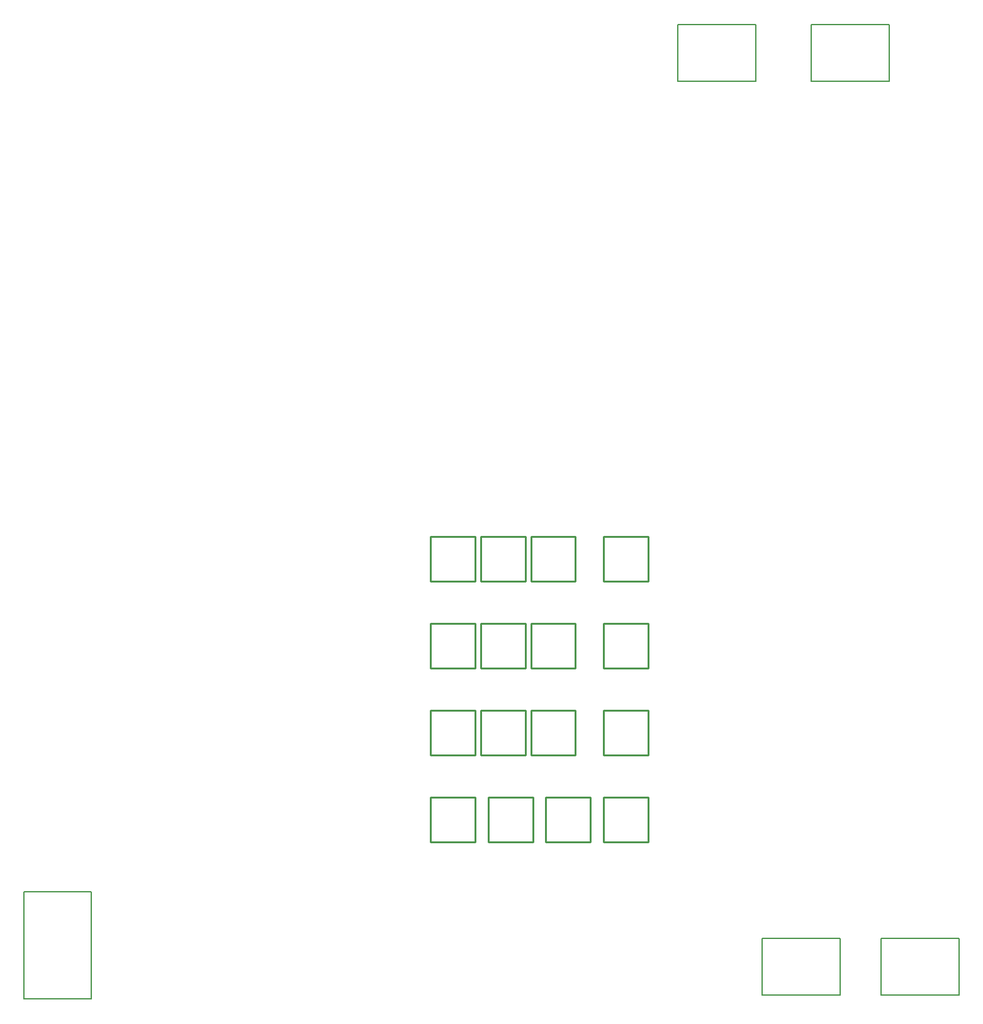
<source format=gbr>
%TF.GenerationSoftware,Altium Limited,Altium Designer,21.8.1 (53)*%
G04 Layer_Color=16711935*
%FSLAX43Y43*%
%MOMM*%
%TF.SameCoordinates,16DCEB66-4DAC-4E16-A6F7-90F727604106*%
%TF.FilePolarity,Positive*%
%TF.FileFunction,Other,Mechanical_13*%
%TF.Part,Single*%
G01*
G75*
%TA.AperFunction,NonConductor*%
%ADD11C,0.254*%
%ADD41C,0.200*%
D11*
X68908Y24215D02*
Y30205D01*
X74898D01*
Y24215D02*
Y30205D01*
X68908Y24215D02*
X74898D01*
X61156Y59267D02*
Y65257D01*
X67146D01*
Y59267D02*
Y65257D01*
X61156Y59267D02*
X67146D01*
X67908D02*
Y65257D01*
X73898D01*
Y59267D02*
Y65257D01*
X67908Y59267D02*
X73898D01*
X74660D02*
Y65257D01*
X80650D01*
Y59267D02*
Y65257D01*
X74660Y59267D02*
X80650D01*
X84412D02*
Y65257D01*
X90402D01*
Y59267D02*
Y65257D01*
X84412Y59267D02*
X90402D01*
X61156Y47583D02*
Y53573D01*
X67146D01*
Y47583D02*
Y53573D01*
X61156Y47583D02*
X67146D01*
X67908D02*
Y53573D01*
X73898D01*
Y47583D02*
Y53573D01*
X67908Y47583D02*
X73898D01*
X74660D02*
Y53573D01*
X80650D01*
Y47583D02*
Y53573D01*
X74660Y47583D02*
X80650D01*
X84412D02*
Y53573D01*
X90402D01*
Y47583D02*
Y53573D01*
X84412Y47583D02*
X90402D01*
X61156Y35899D02*
Y41889D01*
X67146D01*
Y35899D02*
Y41889D01*
X61156Y35899D02*
X67146D01*
X67908D02*
Y41889D01*
X73898D01*
Y35899D02*
Y41889D01*
X67908Y35899D02*
X73898D01*
X74660D02*
Y41889D01*
X80650D01*
Y35899D02*
Y41889D01*
X74660Y35899D02*
X80650D01*
X84412D02*
Y41889D01*
X90402D01*
Y35899D02*
Y41889D01*
X84412Y35899D02*
X90402D01*
X61156Y24215D02*
Y30205D01*
X67146D01*
Y24215D02*
Y30205D01*
X61156Y24215D02*
X67146D01*
X76660D02*
Y30205D01*
X82650D01*
Y24215D02*
Y30205D01*
X76660Y24215D02*
X82650D01*
X84412D02*
Y30205D01*
X90402D01*
Y24215D02*
Y30205D01*
X84412Y24215D02*
X90402D01*
D41*
X112372Y134050D02*
X122872D01*
Y126450D02*
Y134050D01*
X112372Y126450D02*
X122872D01*
X112372D02*
Y134050D01*
X104872Y126450D02*
Y134050D01*
X94372D02*
X104872D01*
X94372Y126450D02*
Y134050D01*
Y126450D02*
X104872D01*
X121750Y3647D02*
X132250D01*
X121750D02*
Y11247D01*
X132250D01*
Y3647D02*
Y11247D01*
X116250Y3647D02*
Y11247D01*
X105750D02*
X116250D01*
X105750Y3647D02*
Y11247D01*
Y3647D02*
X116250D01*
X6476Y3095D02*
Y17495D01*
X15476D01*
Y3095D02*
Y17495D01*
X6476Y3095D02*
X15476D01*
%TF.MD5,785761edcdedb70793905877dc84f792*%
M02*

</source>
